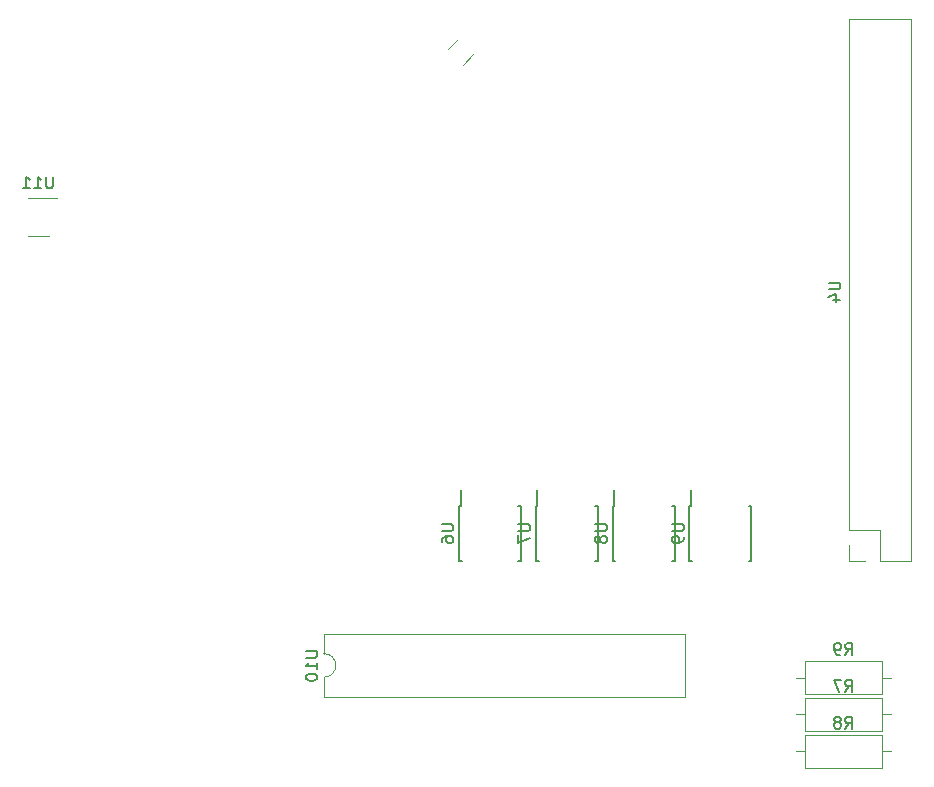
<source format=gbr>
G04 #@! TF.GenerationSoftware,KiCad,Pcbnew,(5.1.2)-1*
G04 #@! TF.CreationDate,2019-06-26T13:36:35-07:00*
G04 #@! TF.ProjectId,FIFO_P,4649464f-5f50-42e6-9b69-6361645f7063,rev?*
G04 #@! TF.SameCoordinates,Original*
G04 #@! TF.FileFunction,Legend,Bot*
G04 #@! TF.FilePolarity,Positive*
%FSLAX46Y46*%
G04 Gerber Fmt 4.6, Leading zero omitted, Abs format (unit mm)*
G04 Created by KiCad (PCBNEW (5.1.2)-1) date 2019-06-26 13:36:35*
%MOMM*%
%LPD*%
G04 APERTURE LIST*
%ADD10C,0.120000*%
%ADD11C,0.150000*%
G04 APERTURE END LIST*
D10*
X133620000Y-130840000D02*
X134390000Y-130840000D01*
X141700000Y-130840000D02*
X140930000Y-130840000D01*
X134390000Y-129470000D02*
X140930000Y-129470000D01*
X134390000Y-132210000D02*
X134390000Y-129470000D01*
X140930000Y-132210000D02*
X134390000Y-132210000D01*
X140930000Y-129470000D02*
X140930000Y-132210000D01*
X138170000Y-117830000D02*
X139500000Y-117830000D01*
X138170000Y-116500000D02*
X138170000Y-117830000D01*
X140770000Y-117830000D02*
X143370000Y-117830000D01*
X140770000Y-115230000D02*
X140770000Y-117830000D01*
X138170000Y-115230000D02*
X140770000Y-115230000D01*
X143370000Y-117830000D02*
X143370000Y-71990000D01*
X138170000Y-115230000D02*
X138170000Y-71990000D01*
X138170000Y-71990000D02*
X143370000Y-71990000D01*
X104180809Y-74532256D02*
X105032256Y-73680809D01*
X105467744Y-75819191D02*
X106319191Y-74967744D01*
D11*
X124750000Y-113175000D02*
X124750000Y-111825000D01*
X129875000Y-113175000D02*
X129875000Y-117825000D01*
X124625000Y-113175000D02*
X124625000Y-117825000D01*
X129875000Y-113175000D02*
X129650000Y-113175000D01*
X129875000Y-117825000D02*
X129650000Y-117825000D01*
X124625000Y-117825000D02*
X124850000Y-117825000D01*
X124625000Y-113175000D02*
X124750000Y-113175000D01*
X111750000Y-113175000D02*
X111750000Y-111825000D01*
X116875000Y-113175000D02*
X116875000Y-117825000D01*
X111625000Y-113175000D02*
X111625000Y-117825000D01*
X116875000Y-113175000D02*
X116650000Y-113175000D01*
X116875000Y-117825000D02*
X116650000Y-117825000D01*
X111625000Y-117825000D02*
X111850000Y-117825000D01*
X111625000Y-113175000D02*
X111750000Y-113175000D01*
X105250000Y-113175000D02*
X105250000Y-111825000D01*
X110375000Y-113175000D02*
X110375000Y-117825000D01*
X105125000Y-113175000D02*
X105125000Y-117825000D01*
X110375000Y-113175000D02*
X110150000Y-113175000D01*
X110375000Y-117825000D02*
X110150000Y-117825000D01*
X105125000Y-117825000D02*
X105350000Y-117825000D01*
X105125000Y-113175000D02*
X105250000Y-113175000D01*
D10*
X68600000Y-87140000D02*
X71050000Y-87140000D01*
X70400000Y-90360000D02*
X68600000Y-90360000D01*
X93680000Y-129340000D02*
X93680000Y-127690000D01*
X124280000Y-129340000D02*
X93680000Y-129340000D01*
X124280000Y-124040000D02*
X124280000Y-129340000D01*
X93680000Y-124040000D02*
X124280000Y-124040000D01*
X93680000Y-125690000D02*
X93680000Y-124040000D01*
X93680000Y-127690000D02*
G75*
G03X93680000Y-125690000I0J1000000D01*
G01*
D11*
X118250000Y-113175000D02*
X118250000Y-111825000D01*
X123375000Y-113175000D02*
X123375000Y-117825000D01*
X118125000Y-113175000D02*
X118125000Y-117825000D01*
X123375000Y-113175000D02*
X123150000Y-113175000D01*
X123375000Y-117825000D02*
X123150000Y-117825000D01*
X118125000Y-117825000D02*
X118350000Y-117825000D01*
X118125000Y-113175000D02*
X118250000Y-113175000D01*
D10*
X133620000Y-127720000D02*
X134390000Y-127720000D01*
X141700000Y-127720000D02*
X140930000Y-127720000D01*
X134390000Y-126350000D02*
X140930000Y-126350000D01*
X134390000Y-129090000D02*
X134390000Y-126350000D01*
X140930000Y-129090000D02*
X134390000Y-129090000D01*
X140930000Y-126350000D02*
X140930000Y-129090000D01*
X133620000Y-133970000D02*
X134390000Y-133970000D01*
X141700000Y-133970000D02*
X140930000Y-133970000D01*
X134390000Y-132600000D02*
X140930000Y-132600000D01*
X134390000Y-135340000D02*
X134390000Y-132600000D01*
X140930000Y-135340000D02*
X134390000Y-135340000D01*
X140930000Y-132600000D02*
X140930000Y-135340000D01*
D11*
X137826666Y-128922380D02*
X138160000Y-128446190D01*
X138398095Y-128922380D02*
X138398095Y-127922380D01*
X138017142Y-127922380D01*
X137921904Y-127970000D01*
X137874285Y-128017619D01*
X137826666Y-128112857D01*
X137826666Y-128255714D01*
X137874285Y-128350952D01*
X137921904Y-128398571D01*
X138017142Y-128446190D01*
X138398095Y-128446190D01*
X137493333Y-127922380D02*
X136826666Y-127922380D01*
X137255238Y-128922380D01*
X136412380Y-94275095D02*
X137221904Y-94275095D01*
X137317142Y-94322714D01*
X137364761Y-94370333D01*
X137412380Y-94465571D01*
X137412380Y-94656047D01*
X137364761Y-94751285D01*
X137317142Y-94798904D01*
X137221904Y-94846523D01*
X136412380Y-94846523D01*
X136745714Y-95751285D02*
X137412380Y-95751285D01*
X136364761Y-95513190D02*
X137079047Y-95275095D01*
X137079047Y-95894142D01*
X123152380Y-114738095D02*
X123961904Y-114738095D01*
X124057142Y-114785714D01*
X124104761Y-114833333D01*
X124152380Y-114928571D01*
X124152380Y-115119047D01*
X124104761Y-115214285D01*
X124057142Y-115261904D01*
X123961904Y-115309523D01*
X123152380Y-115309523D01*
X124152380Y-115833333D02*
X124152380Y-116023809D01*
X124104761Y-116119047D01*
X124057142Y-116166666D01*
X123914285Y-116261904D01*
X123723809Y-116309523D01*
X123342857Y-116309523D01*
X123247619Y-116261904D01*
X123200000Y-116214285D01*
X123152380Y-116119047D01*
X123152380Y-115928571D01*
X123200000Y-115833333D01*
X123247619Y-115785714D01*
X123342857Y-115738095D01*
X123580952Y-115738095D01*
X123676190Y-115785714D01*
X123723809Y-115833333D01*
X123771428Y-115928571D01*
X123771428Y-116119047D01*
X123723809Y-116214285D01*
X123676190Y-116261904D01*
X123580952Y-116309523D01*
X110152380Y-114738095D02*
X110961904Y-114738095D01*
X111057142Y-114785714D01*
X111104761Y-114833333D01*
X111152380Y-114928571D01*
X111152380Y-115119047D01*
X111104761Y-115214285D01*
X111057142Y-115261904D01*
X110961904Y-115309523D01*
X110152380Y-115309523D01*
X110152380Y-115690476D02*
X110152380Y-116357142D01*
X111152380Y-115928571D01*
X103652380Y-114738095D02*
X104461904Y-114738095D01*
X104557142Y-114785714D01*
X104604761Y-114833333D01*
X104652380Y-114928571D01*
X104652380Y-115119047D01*
X104604761Y-115214285D01*
X104557142Y-115261904D01*
X104461904Y-115309523D01*
X103652380Y-115309523D01*
X103652380Y-116214285D02*
X103652380Y-116023809D01*
X103700000Y-115928571D01*
X103747619Y-115880952D01*
X103890476Y-115785714D01*
X104080952Y-115738095D01*
X104461904Y-115738095D01*
X104557142Y-115785714D01*
X104604761Y-115833333D01*
X104652380Y-115928571D01*
X104652380Y-116119047D01*
X104604761Y-116214285D01*
X104557142Y-116261904D01*
X104461904Y-116309523D01*
X104223809Y-116309523D01*
X104128571Y-116261904D01*
X104080952Y-116214285D01*
X104033333Y-116119047D01*
X104033333Y-115928571D01*
X104080952Y-115833333D01*
X104128571Y-115785714D01*
X104223809Y-115738095D01*
X70738095Y-85302380D02*
X70738095Y-86111904D01*
X70690476Y-86207142D01*
X70642857Y-86254761D01*
X70547619Y-86302380D01*
X70357142Y-86302380D01*
X70261904Y-86254761D01*
X70214285Y-86207142D01*
X70166666Y-86111904D01*
X70166666Y-85302380D01*
X69166666Y-86302380D02*
X69738095Y-86302380D01*
X69452380Y-86302380D02*
X69452380Y-85302380D01*
X69547619Y-85445238D01*
X69642857Y-85540476D01*
X69738095Y-85588095D01*
X68214285Y-86302380D02*
X68785714Y-86302380D01*
X68500000Y-86302380D02*
X68500000Y-85302380D01*
X68595238Y-85445238D01*
X68690476Y-85540476D01*
X68785714Y-85588095D01*
X92132380Y-125451904D02*
X92941904Y-125451904D01*
X93037142Y-125499523D01*
X93084761Y-125547142D01*
X93132380Y-125642380D01*
X93132380Y-125832857D01*
X93084761Y-125928095D01*
X93037142Y-125975714D01*
X92941904Y-126023333D01*
X92132380Y-126023333D01*
X93132380Y-127023333D02*
X93132380Y-126451904D01*
X93132380Y-126737619D02*
X92132380Y-126737619D01*
X92275238Y-126642380D01*
X92370476Y-126547142D01*
X92418095Y-126451904D01*
X92132380Y-127642380D02*
X92132380Y-127737619D01*
X92180000Y-127832857D01*
X92227619Y-127880476D01*
X92322857Y-127928095D01*
X92513333Y-127975714D01*
X92751428Y-127975714D01*
X92941904Y-127928095D01*
X93037142Y-127880476D01*
X93084761Y-127832857D01*
X93132380Y-127737619D01*
X93132380Y-127642380D01*
X93084761Y-127547142D01*
X93037142Y-127499523D01*
X92941904Y-127451904D01*
X92751428Y-127404285D01*
X92513333Y-127404285D01*
X92322857Y-127451904D01*
X92227619Y-127499523D01*
X92180000Y-127547142D01*
X92132380Y-127642380D01*
X116652380Y-114738095D02*
X117461904Y-114738095D01*
X117557142Y-114785714D01*
X117604761Y-114833333D01*
X117652380Y-114928571D01*
X117652380Y-115119047D01*
X117604761Y-115214285D01*
X117557142Y-115261904D01*
X117461904Y-115309523D01*
X116652380Y-115309523D01*
X117080952Y-115928571D02*
X117033333Y-115833333D01*
X116985714Y-115785714D01*
X116890476Y-115738095D01*
X116842857Y-115738095D01*
X116747619Y-115785714D01*
X116700000Y-115833333D01*
X116652380Y-115928571D01*
X116652380Y-116119047D01*
X116700000Y-116214285D01*
X116747619Y-116261904D01*
X116842857Y-116309523D01*
X116890476Y-116309523D01*
X116985714Y-116261904D01*
X117033333Y-116214285D01*
X117080952Y-116119047D01*
X117080952Y-115928571D01*
X117128571Y-115833333D01*
X117176190Y-115785714D01*
X117271428Y-115738095D01*
X117461904Y-115738095D01*
X117557142Y-115785714D01*
X117604761Y-115833333D01*
X117652380Y-115928571D01*
X117652380Y-116119047D01*
X117604761Y-116214285D01*
X117557142Y-116261904D01*
X117461904Y-116309523D01*
X117271428Y-116309523D01*
X117176190Y-116261904D01*
X117128571Y-116214285D01*
X117080952Y-116119047D01*
X137826666Y-125802380D02*
X138160000Y-125326190D01*
X138398095Y-125802380D02*
X138398095Y-124802380D01*
X138017142Y-124802380D01*
X137921904Y-124850000D01*
X137874285Y-124897619D01*
X137826666Y-124992857D01*
X137826666Y-125135714D01*
X137874285Y-125230952D01*
X137921904Y-125278571D01*
X138017142Y-125326190D01*
X138398095Y-125326190D01*
X137350476Y-125802380D02*
X137160000Y-125802380D01*
X137064761Y-125754761D01*
X137017142Y-125707142D01*
X136921904Y-125564285D01*
X136874285Y-125373809D01*
X136874285Y-124992857D01*
X136921904Y-124897619D01*
X136969523Y-124850000D01*
X137064761Y-124802380D01*
X137255238Y-124802380D01*
X137350476Y-124850000D01*
X137398095Y-124897619D01*
X137445714Y-124992857D01*
X137445714Y-125230952D01*
X137398095Y-125326190D01*
X137350476Y-125373809D01*
X137255238Y-125421428D01*
X137064761Y-125421428D01*
X136969523Y-125373809D01*
X136921904Y-125326190D01*
X136874285Y-125230952D01*
X137826666Y-132052380D02*
X138160000Y-131576190D01*
X138398095Y-132052380D02*
X138398095Y-131052380D01*
X138017142Y-131052380D01*
X137921904Y-131100000D01*
X137874285Y-131147619D01*
X137826666Y-131242857D01*
X137826666Y-131385714D01*
X137874285Y-131480952D01*
X137921904Y-131528571D01*
X138017142Y-131576190D01*
X138398095Y-131576190D01*
X137255238Y-131480952D02*
X137350476Y-131433333D01*
X137398095Y-131385714D01*
X137445714Y-131290476D01*
X137445714Y-131242857D01*
X137398095Y-131147619D01*
X137350476Y-131100000D01*
X137255238Y-131052380D01*
X137064761Y-131052380D01*
X136969523Y-131100000D01*
X136921904Y-131147619D01*
X136874285Y-131242857D01*
X136874285Y-131290476D01*
X136921904Y-131385714D01*
X136969523Y-131433333D01*
X137064761Y-131480952D01*
X137255238Y-131480952D01*
X137350476Y-131528571D01*
X137398095Y-131576190D01*
X137445714Y-131671428D01*
X137445714Y-131861904D01*
X137398095Y-131957142D01*
X137350476Y-132004761D01*
X137255238Y-132052380D01*
X137064761Y-132052380D01*
X136969523Y-132004761D01*
X136921904Y-131957142D01*
X136874285Y-131861904D01*
X136874285Y-131671428D01*
X136921904Y-131576190D01*
X136969523Y-131528571D01*
X137064761Y-131480952D01*
M02*

</source>
